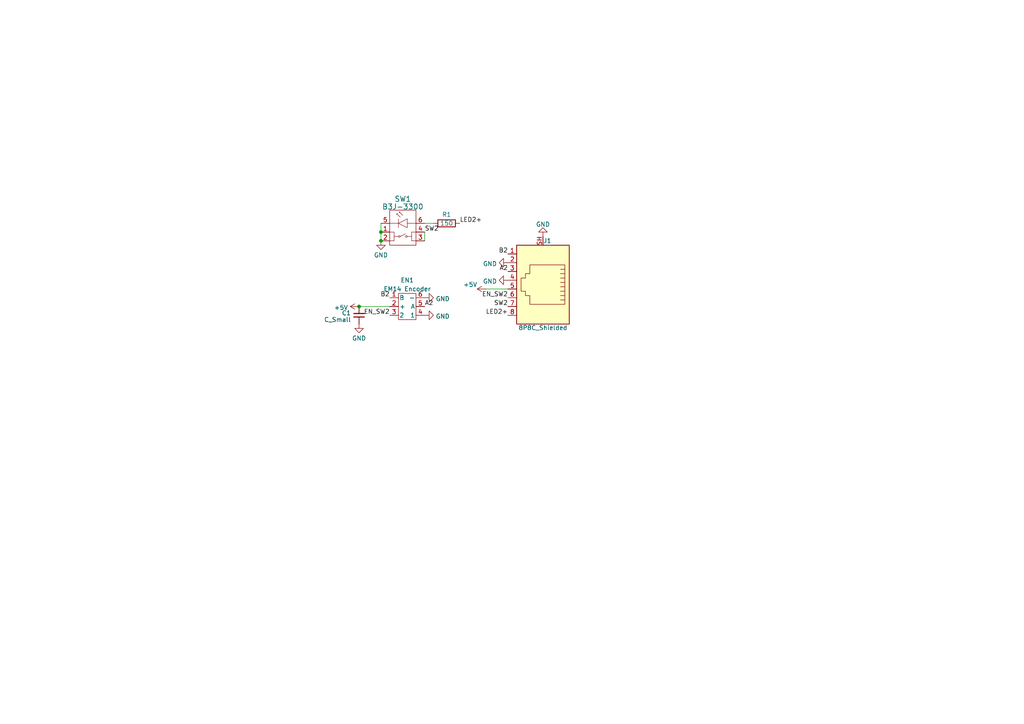
<source format=kicad_sch>
(kicad_sch (version 20230121) (generator eeschema)
  (paper "A4")
  (lib_symbols
    (symbol "Connector:8P8C_Shielded" (pin_names (offset 1.016))
      (property "Reference" "J" (at -5.08 13.97 0))
      (property "Value" "8P8C_Shielded" (at 2.54 13.97 0))
      (symbol "8P8C_Shielded_0_1"
        (polyline (pts (xy -5.08 4.445) (xy -6.35 4.445)))
        (polyline (pts (xy -5.08 5.715) (xy -6.35 5.715)))
        (polyline (pts (xy -6.35 -3.175) (xy -5.08 -3.175) (xy -5.08 -3.175)))
        (polyline (pts (xy -6.35 -1.905) (xy -5.08 -1.905) (xy -5.08 -1.905)))
        (polyline (pts (xy -6.35 -0.635) (xy -5.08 -0.635) (xy -5.08 -0.635)))
        (polyline (pts (xy -6.35 0.635) (xy -5.08 0.635) (xy -5.08 0.635)))
        (polyline (pts (xy -6.35 1.905) (xy -5.08 1.905) (xy -5.08 1.905)))
        (polyline (pts (xy -5.08 3.175) (xy -6.35 3.175) (xy -6.35 3.175)))
        (polyline (pts (xy -6.35 -4.445) (xy -6.35 6.985) (xy 3.81 6.985) (xy 3.81 4.445) (xy 5.08 4.445) (xy 5.08 3.175) (xy 6.35 3.175) (xy 6.35 -0.635) (xy 5.08 -0.635) (xy 5.08 -1.905) (xy 3.81 -1.905) (xy 3.81 -4.445) (xy -6.35 -4.445) (xy -6.35 -4.445)))
        (rectangle (start 7.62 12.7) (end -7.62 -10.16) (stroke (width 0.254)) (fill (type background)))
      )
      (symbol "8P8C_Shielded_1_1"
        (pin passive line (at 10.16 -7.62 180) (length 2.54) (name "~") (number "1"))
        (pin passive line (at 10.16 -5.08 180) (length 2.54) (name "~") (number "2"))
        (pin passive line (at 10.16 -2.54 180) (length 2.54) (name "~") (number "3"))
        (pin passive line (at 10.16 0 180) (length 2.54) (name "~") (number "4"))
        (pin passive line (at 10.16 2.54 180) (length 2.54) (name "~") (number "5"))
        (pin passive line (at 10.16 5.08 180) (length 2.54) (name "~") (number "6"))
        (pin passive line (at 10.16 7.62 180) (length 2.54) (name "~") (number "7"))
        (pin passive line (at 10.16 10.16 180) (length 2.54) (name "~") (number "8"))
        (pin passive line (at 0 -12.7 90) (length 2.54) (name "~") (number "SH"))
      )
    )
    (symbol "Custom:B3J-2200" (pin_names (offset 0.254))
      (property "Reference" "U" (at 20.32 10.16 0))
      (property "Value" "B3J-2200" (at 20.32 7.62 0))
      (symbol "B3J-2200_0_1"
        (polyline (pts (xy 16.51 -2.54) (xy 17.78 -2.54)) (stroke (width 0.127)))
        (polyline (pts (xy 16.51 0) (xy 19.05 0)) (stroke (width 0.127)))
        (polyline (pts (xy 17.78 -5.08) (xy 16.51 -5.08)) (stroke (width 0.127)))
        (polyline (pts (xy 17.78 -3.81) (xy 19.05 -3.81)) (stroke (width 0.127)))
        (polyline (pts (xy 17.78 -2.54) (xy 17.78 -5.08)) (stroke (width 0.127)))
        (polyline (pts (xy 18.542 2.794) (xy 18.542 2.54)) (stroke (width 0.127)))
        (polyline (pts (xy 18.542 2.794) (xy 18.796 2.794)) (stroke (width 0.127)))
        (polyline (pts (xy 19.05 0) (xy 21.59 1.27)) (stroke (width 0.127)))
        (polyline (pts (xy 19.05 1.27) (xy 19.05 -1.27)) (stroke (width 0.127)))
        (polyline (pts (xy 19.304 3.302) (xy 19.304 3.048)) (stroke (width 0.127)))
        (polyline (pts (xy 19.304 3.302) (xy 19.558 3.302)) (stroke (width 0.127)))
        (polyline (pts (xy 19.558 -3.81) (xy 21.082 -3.048)) (stroke (width 0.127)))
        (polyline (pts (xy 19.558 1.778) (xy 18.542 2.794)) (stroke (width 0.127)))
        (polyline (pts (xy 20.32 2.286) (xy 19.304 3.302)) (stroke (width 0.127)))
        (polyline (pts (xy 21.59 -3.81) (xy 22.86 -3.81)) (stroke (width 0.127)))
        (polyline (pts (xy 21.59 -1.27) (xy 19.05 0)) (stroke (width 0.127)))
        (polyline (pts (xy 21.59 0) (xy 24.13 0)) (stroke (width 0.127)))
        (polyline (pts (xy 21.59 1.27) (xy 21.59 -1.27)) (stroke (width 0.127)))
        (polyline (pts (xy 22.86 -5.08) (xy 22.86 -2.54)) (stroke (width 0.127)))
        (polyline (pts (xy 22.86 -5.08) (xy 24.13 -5.08)) (stroke (width 0.127)))
        (polyline (pts (xy 22.86 -2.54) (xy 24.13 -2.54)) (stroke (width 0.127)))
        (circle (center 19.304 -3.81) (radius 0.254) (stroke (width 0.127)))
        (circle (center 21.336 -3.81) (radius 0.254) (stroke (width 0.127)))
      )
      (symbol "B3J-2200_1_1"
        (rectangle (start 16.51 3.81) (end 24.13 -6.35))
        (pin unspecified line (at 13.97 -2.54 0) (length 2.54) (name "") (number "1"))
        (pin unspecified line (at 13.97 -5.08 0) (length 2.54) (name "") (number "2"))
        (pin unspecified line (at 26.67 -5.08 180) (length 2.54) (name "") (number "3"))
        (pin unspecified line (at 26.67 -2.54 180) (length 2.54) (name "") (number "4"))
        (pin unspecified line (at 13.97 0 0) (length 2.54) (name "") (number "5"))
        (pin unspecified line (at 26.67 0 180) (length 2.54) (name "") (number "6"))
      )
    )
    (symbol "Custom:EM14_Encoder" (pin_names (offset 0.254))
      (property "Reference" "SW" (at 0 0 0))
      (symbol "EM14_Encoder_0_1"
        (rectangle (start -2.54 -1.27) (end 2.54 -8.89))
      )
      (symbol "EM14_Encoder_1_1"
        (pin input line (at -5.08 -2.54 0) (length 2.54) (name "B") (number "1"))
        (pin input line (at -5.08 -5.08 0) (length 2.54) (name "+") (number "2"))
        (pin input line (at -5.08 -7.62 0) (length 2.54) (name "2") (number "3"))
        (pin input line (at 5.08 -7.62 180) (length 2.54) (name "1") (number "4"))
        (pin input line (at 5.08 -5.08 180) (length 2.54) (name "A") (number "5"))
        (pin input line (at 5.08 -2.54 180) (length 2.54) (name "-") (number "6"))
      )
    )
    (symbol "Device:C_Small" (pin_numbers hide) (pin_names (offset 0.254) hide)
      (property "Reference" "C" (at 0.254 1.778 0))
      (property "Value" "C_Small" (at 0.254 -2.032 0))
      (symbol "C_Small_0_1"
        (polyline (pts (xy -1.524 -0.508) (xy 1.524 -0.508)) (stroke (width 0.3302)))
        (polyline (pts (xy -1.524 0.508) (xy 1.524 0.508)) (stroke (width 0.3048)))
      )
      (symbol "C_Small_1_1"
        (pin passive line (at 0 2.54 270) (length 2.032) (name "~") (number "1"))
        (pin passive line (at 0 -2.54 90) (length 2.032) (name "~") (number "2"))
      )
    )
    (symbol "Device:R" (pin_numbers hide) (pin_names (offset 0))
      (property "Reference" "R" (at 2.032 0 90))
      (property "Value" "R" (at 0 0 90))
      (symbol "R_0_1"
        (rectangle (start -1.016 -2.54) (end 1.016 2.54) (stroke (width 0.254)))
      )
      (symbol "R_1_1"
        (pin passive line (at 0 3.81 270) (length 1.27) (name "~") (number "1"))
        (pin passive line (at 0 -3.81 90) (length 1.27) (name "~") (number "2"))
      )
    )
    (symbol "power:+5V" (power) (pin_names (offset 0))
      (property "Value" "+5V" (at 0 3.556 0))
      (symbol "+5V_0_1"
        (polyline (pts (xy -0.762 1.27) (xy 0 2.54)))
        (polyline (pts (xy 0 0) (xy 0 2.54)))
        (polyline (pts (xy 0 2.54) (xy 0.762 1.27)))
      )
      (symbol "+5V_1_1"
        (pin power_in line (at 0 0 90) (length 0) hide (name "+5V") (number "1"))
      )
    )
    (symbol "power:GND" (power) (pin_names (offset 0))
      (property "Value" "GND" (at 0 -3.81 0))
      (symbol "GND_0_1"
        (polyline (pts (xy 0 0) (xy 0 -1.27) (xy 1.27 -1.27) (xy 0 -2.54) (xy -1.27 -1.27) (xy 0 -1.27)))
      )
      (symbol "GND_1_1"
        (pin power_in line (at 0 0 270) (length 0) hide (name "GND") (number "1"))
      )
    )
  )
  (junction (at 110.49 67.31))
  (junction (at 104.14 88.9))
  (junction (at 110.49 69.85))
  (wire (pts (xy 140.97 83.82) (xy 147.32 83.82)))
  (wire (pts (xy 123.19 64.77) (xy 125.73 64.77)))
  (wire (pts (xy 110.49 67.31) (xy 110.49 69.85)))
  (wire (pts (xy 123.19 67.31) (xy 123.19 69.85)))
  (wire (pts (xy 110.49 64.77) (xy 110.49 67.31)))
  (wire (pts (xy 104.14 88.9) (xy 113.03 88.9)))
  (label "EN_SW2" (at 113.03 91.44 180))
  (label "LED2+" (at 133.35 64.77 0))
  (label "B2" (at 113.03 86.36 180))
  (label "SW2" (at 123.19 67.31 0))
  (label "A2" (at 123.19 88.9 0))
  (label "A2" (at 147.32 78.74 180))
  (label "B2" (at 147.32 73.66 180))
  (label "SW2" (at 147.32 88.9 180))
  (label "EN_SW2" (at 147.32 86.36 180))
  (label "LED2+" (at 147.32 91.44 180))
  (symbol (lib_id "power:GND") (at 157.48 68.58 180) (unit 1)
    (property "Reference" "#PWR021" (effects hide))
    (property "Value" "GND" (at 157.48 65.0781 0))
  )
  (symbol (lib_id "Connector:8P8C_Shielded") (at 157.48 81.28 180) (unit 1)
    (property "Reference" "J1" (at 158.75 69.85 0))
    (property "Value" "8P8C_Shielded" (at 157.48 95.0689 0))
    (property "Footprint" "Custom footprints:ASSMANN_A-2004-2-4-LPS-N-R" (effects hide))
    (property "Datasheet" "https://www.assmann-wsw.com/uploads/datasheets/ASS_7323_CO.PDF" (effects hide))
    (property "Manufacturer" "Assmann WSW Components" (effects hide))
    (property "Part" "A-2004-2-4-LPS-N-R" (effects hide))
  )
  (symbol (lib_id "power:GND") (at 110.49 69.85 0) (unit 1)
    (property "Reference" "#PWR07" (effects hide))
    (property "Value" "GND" (at 110.49 73.9855 0))
  )
  (symbol (lib_id "power:GND") (at 104.14 93.98 0) (unit 1)
    (property "Reference" "#PWR024" (effects hide))
    (property "Value" "GND" (at 104.14 98.1155 0))
  )
  (symbol (lib_id "power:+5V") (at 104.14 88.9 90) (unit 1)
    (property "Reference" "#PWR01" (effects hide))
    (property "Value" "+5V" (at 100.9651 89.2168 90) (effects (justify left)))
  )
  (symbol (lib_id "Device:R") (at 129.54 64.77 90) (unit 1)
    (property "Reference" "R1" (at 129.54 62.23 90))
    (property "Value" "150" (at 129.54 64.77 90))
    (property "Footprint" "Resistor_THT:R_Axial_DIN0207_L6.3mm_D2.5mm_P7.62mm_Horizontal" (effects hide))
    (property "Datasheet" "https://www.te.com/usa-en/product-1622321-1.datasheet.pdf" (effects hide))
    (property "Manufacturer" "TE Connectivity Passive Product" (effects hide))
    (property "Part" "LR1F150R" (effects hide))
  )
  (symbol (lib_id "power:GND") (at 147.32 76.2 270) (unit 1)
    (property "Reference" "#PWR06" (effects hide))
    (property "Value" "GND" (at 144.1451 76.5168 90) (effects (justify right)))
  )
  (symbol (lib_id "power:+5V") (at 140.97 83.82 90) (unit 1)
    (property "Reference" "#PWR03" (effects hide))
    (property "Value" "+5V" (at 138.43 82.55 90) (effects (justify left)))
  )
  (symbol (lib_id "Custom:EM14_Encoder") (at 118.11 83.82 0) (unit 1)
    (property "Reference" "EN1" (at 118.11 81.28 0))
    (property "Value" "EM14 Encoder" (at 118.11 83.82 0))
    (property "Footprint" "Custom footprints:EM14R0B-M25-L064S" (effects hide))
    (property "Datasheet" "https://www.bourns.com/docs/Product-Datasheets/em14.pdf" (effects hide))
    (property "Manufacturer" "Bourns Inc." (effects hide))
    (property "Part" "EM14R0B-M25-L064S" (effects hide))
  )
  (symbol (lib_id "Device:C_Small") (at 104.14 91.44 0) (mirror x) (unit 1)
    (property "Reference" "C1" (at 101.8159 90.7899 0) (effects (justify right)))
    (property "Value" "C_Small" (at 101.8159 92.7109 0) (effects (justify right)))
    (property "Footprint" "Capacitor_THT:C_Rect_L4.0mm_W2.5mm_P2.50mm" (effects hide))
    (property "Datasheet" "https://search.murata.co.jp/Ceramy/image/img/A01X/G101/ENG/RCE_X7R_X7S_25V-100V_E.pdf" (effects hide))
    (property "Manufacturer" "Murata Electronics" (effects hide))
    (property "Part" "RCER71H105K2DBH03A" (effects hide))
  )
  (symbol (lib_id "power:GND") (at 123.19 91.44 90) (unit 1)
    (property "Reference" "#PWR04" (effects hide))
    (property "Value" "GND" (at 126.365 91.7568 90) (effects (justify right)))
  )
  (symbol (lib_id "Custom:B3J-2200") (at 96.52 64.77 0) (unit 1)
    (property "Reference" "SW1" (at 116.84 57.7039 0) (effects (font (size 1.524 1.524))))
    (property "Value" "B3J-3300" (at 116.84 59.9581 0) (effects (font (size 1.524 1.524))))
    (property "Footprint" "Custom footprints:B3J-3300" (effects hide))
    (property "Datasheet" "https://omronfs.omron.com/en_US/ecb/products/pdf/en-b3j.pdf" (effects hide))
    (property "Manufacturer" "Omron Electronics Inc-EMC Div" (effects hide))
    (property "Part" "B3J-3300" (effects hide))
  )
  (symbol (lib_id "power:GND") (at 147.32 81.28 270) (unit 1)
    (property "Reference" "#PWR05" (effects hide))
    (property "Value" "GND" (at 144.1451 81.5968 90) (effects (justify right)))
  )
  (symbol (lib_id "power:GND") (at 123.19 86.36 90) (unit 1)
    (property "Reference" "#PWR02" (effects hide))
    (property "Value" "GND" (at 126.365 86.6768 90) (effects (justify right)))
  )
)
</source>
